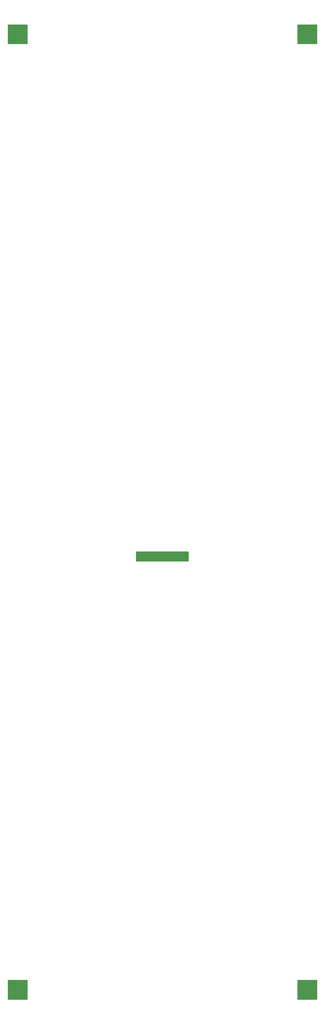
<source format=gbr>
%TF.GenerationSoftware,KiCad,Pcbnew,(6.0.4)*%
%TF.CreationDate,2022-11-15T14:34:14+02:00*%
%TF.ProjectId,pcb_heater_element,7063625f-6865-4617-9465-725f656c656d,rev?*%
%TF.SameCoordinates,Original*%
%TF.FileFunction,Soldermask,Top*%
%TF.FilePolarity,Negative*%
%FSLAX46Y46*%
G04 Gerber Fmt 4.6, Leading zero omitted, Abs format (unit mm)*
G04 Created by KiCad (PCBNEW (6.0.4)) date 2022-11-15 14:34:14*
%MOMM*%
%LPD*%
G01*
G04 APERTURE LIST*
G04 APERTURE END LIST*
G36*
X120692121Y-59020002D02*
G01*
X120738614Y-59073658D01*
X120750000Y-59126000D01*
X120750000Y-64874000D01*
X120729998Y-64942121D01*
X120676342Y-64988614D01*
X120624000Y-65000000D01*
X114876000Y-65000000D01*
X114807879Y-64979998D01*
X114761386Y-64926342D01*
X114750000Y-64874000D01*
X114750000Y-59126000D01*
X114770002Y-59057879D01*
X114823658Y-59011386D01*
X114876000Y-59000000D01*
X120624000Y-59000000D01*
X120692121Y-59020002D01*
G37*
G36*
X120692121Y-349020002D02*
G01*
X120738614Y-349073658D01*
X120750000Y-349126000D01*
X120750000Y-354874000D01*
X120729998Y-354942121D01*
X120676342Y-354988614D01*
X120624000Y-355000000D01*
X114876000Y-355000000D01*
X114807879Y-354979998D01*
X114761386Y-354926342D01*
X114750000Y-354874000D01*
X114750000Y-349126000D01*
X114770002Y-349057879D01*
X114823658Y-349011386D01*
X114876000Y-349000000D01*
X120624000Y-349000000D01*
X120692121Y-349020002D01*
G37*
G36*
X208692121Y-349020002D02*
G01*
X208738614Y-349073658D01*
X208750000Y-349126000D01*
X208750000Y-354874000D01*
X208729998Y-354942121D01*
X208676342Y-354988614D01*
X208624000Y-355000000D01*
X202876000Y-355000000D01*
X202807879Y-354979998D01*
X202761386Y-354926342D01*
X202750000Y-354874000D01*
X202750000Y-349126000D01*
X202770002Y-349057879D01*
X202823658Y-349011386D01*
X202876000Y-349000000D01*
X208624000Y-349000000D01*
X208692121Y-349020002D01*
G37*
G36*
X208692121Y-59020002D02*
G01*
X208738614Y-59073658D01*
X208750000Y-59126000D01*
X208750000Y-64874000D01*
X208729998Y-64942121D01*
X208676342Y-64988614D01*
X208624000Y-65000000D01*
X202876000Y-65000000D01*
X202807879Y-64979998D01*
X202761386Y-64926342D01*
X202750000Y-64874000D01*
X202750000Y-59126000D01*
X202770002Y-59057879D01*
X202823658Y-59011386D01*
X202876000Y-59000000D01*
X208624000Y-59000000D01*
X208692121Y-59020002D01*
G37*
G36*
X169692121Y-219020002D02*
G01*
X169738614Y-219073658D01*
X169750000Y-219126000D01*
X169750000Y-221874000D01*
X169729998Y-221942121D01*
X169676342Y-221988614D01*
X169624000Y-222000000D01*
X153876000Y-222000000D01*
X153807879Y-221979998D01*
X153761386Y-221926342D01*
X153750000Y-221874000D01*
X153750000Y-219126000D01*
X153770002Y-219057879D01*
X153823658Y-219011386D01*
X153876000Y-219000000D01*
X169624000Y-219000000D01*
X169692121Y-219020002D01*
G37*
M02*

</source>
